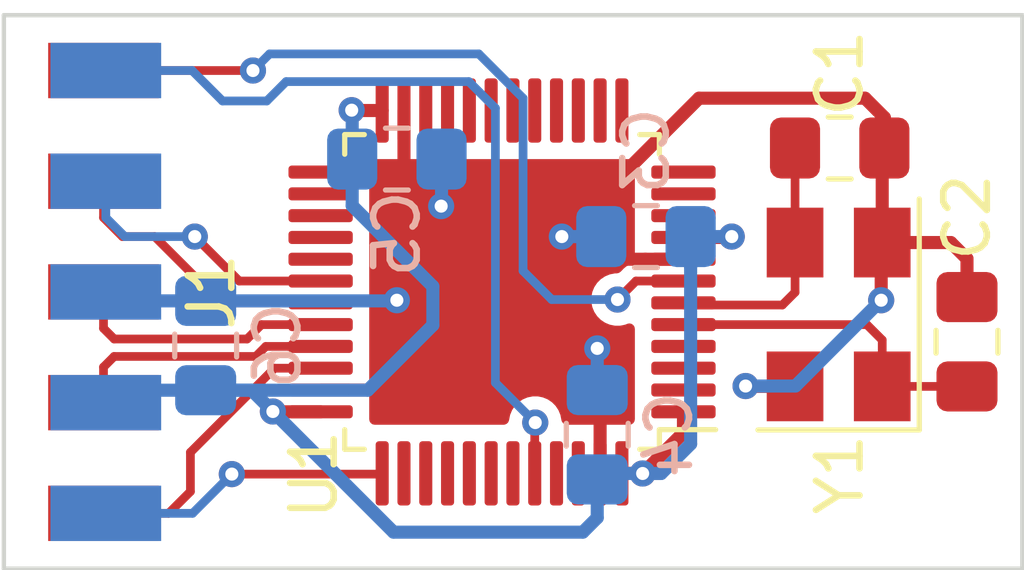
<source format=kicad_pcb>
(kicad_pcb (version 20171130) (host pcbnew 5.1.5)

  (general
    (thickness 1.5)
    (drawings 4)
    (tracks 142)
    (zones 0)
    (modules 9)
    (nets 42)
  )

  (page A4)
  (layers
    (0 F.Cu signal)
    (31 B.Cu signal)
    (32 B.Adhes user)
    (33 F.Adhes user)
    (34 B.Paste user)
    (35 F.Paste user)
    (36 B.SilkS user)
    (37 F.SilkS user)
    (38 B.Mask user)
    (39 F.Mask user)
    (40 Dwgs.User user hide)
    (41 Cmts.User user)
    (42 Eco1.User user)
    (43 Eco2.User user)
    (44 Edge.Cuts user)
    (45 Margin user)
    (46 B.CrtYd user)
    (47 F.CrtYd user)
    (48 B.Fab user)
    (49 F.Fab user)
  )

  (setup
    (last_trace_width 0.2)
    (trace_clearance 0.2)
    (zone_clearance 0.3)
    (zone_45_only no)
    (trace_min 0.2)
    (via_size 0.6)
    (via_drill 0.3)
    (via_min_size 0.4)
    (via_min_drill 0.3)
    (uvia_size 0.3)
    (uvia_drill 0.1)
    (uvias_allowed no)
    (uvia_min_size 0.2)
    (uvia_min_drill 0.1)
    (edge_width 0.1)
    (segment_width 0.2)
    (pcb_text_width 0.3)
    (pcb_text_size 1.5 1.5)
    (mod_edge_width 0.15)
    (mod_text_size 1 1)
    (mod_text_width 0.15)
    (pad_size 1.524 1.524)
    (pad_drill 0.762)
    (pad_to_mask_clearance 0.05)
    (solder_mask_min_width 0.15)
    (aux_axis_origin 0 0)
    (visible_elements FFFDFF7F)
    (pcbplotparams
      (layerselection 0x010fc_ffffffff)
      (usegerberextensions false)
      (usegerberattributes false)
      (usegerberadvancedattributes false)
      (creategerberjobfile false)
      (excludeedgelayer true)
      (linewidth 0.150000)
      (plotframeref false)
      (viasonmask false)
      (mode 1)
      (useauxorigin true)
      (hpglpennumber 1)
      (hpglpenspeed 20)
      (hpglpendiameter 15.000000)
      (psnegative false)
      (psa4output false)
      (plotreference true)
      (plotvalue true)
      (plotinvisibletext false)
      (padsonsilk false)
      (subtractmaskfromsilk false)
      (outputformat 1)
      (mirror false)
      (drillshape 0)
      (scaleselection 1)
      (outputdirectory "out48"))
  )

  (net 0 "")
  (net 1 GND)
  (net 2 /NRST)
  (net 3 /SWDIO)
  (net 4 /SWCLK)
  (net 5 /TX)
  (net 6 /RX)
  (net 7 "Net-(U1-Pad2)")
  (net 8 "Net-(U1-Pad3)")
  (net 9 "Net-(U1-Pad4)")
  (net 10 "Net-(U1-Pad10)")
  (net 11 "Net-(U1-Pad11)")
  (net 12 "Net-(U1-Pad12)")
  (net 13 "Net-(U1-Pad13)")
  (net 14 "Net-(U1-Pad14)")
  (net 15 "Net-(U1-Pad15)")
  (net 16 "Net-(U1-Pad16)")
  (net 17 "Net-(U1-Pad17)")
  (net 18 "Net-(U1-Pad18)")
  (net 19 "Net-(U1-Pad19)")
  (net 20 "Net-(U1-Pad20)")
  (net 21 "Net-(U1-Pad21)")
  (net 22 "Net-(U1-Pad22)")
  (net 23 "Net-(U1-Pad25)")
  (net 24 "Net-(U1-Pad26)")
  (net 25 "Net-(U1-Pad27)")
  (net 26 "Net-(U1-Pad28)")
  (net 27 "Net-(U1-Pad29)")
  (net 28 "Net-(U1-Pad38)")
  (net 29 "Net-(U1-Pad39)")
  (net 30 "Net-(U1-Pad40)")
  (net 31 "Net-(U1-Pad41)")
  (net 32 "Net-(U1-Pad42)")
  (net 33 "Net-(U1-Pad43)")
  (net 34 "Net-(U1-Pad45)")
  (net 35 "Net-(U1-Pad46)")
  (net 36 +3V3)
  (net 37 /USB_D-)
  (net 38 /USB_D+)
  (net 39 "Net-(C1-Pad2)")
  (net 40 "Net-(C2-Pad2)")
  (net 41 /BOOT0)

  (net_class Default "This is the default net class."
    (clearance 0.2)
    (trace_width 0.2)
    (via_dia 0.6)
    (via_drill 0.3)
    (uvia_dia 0.3)
    (uvia_drill 0.1)
    (diff_pair_width 0.2)
    (diff_pair_gap 0.2)
    (add_net /BOOT0)
    (add_net /NRST)
    (add_net /RX)
    (add_net /SWCLK)
    (add_net /SWDIO)
    (add_net /TX)
    (add_net /USB_D+)
    (add_net /USB_D-)
    (add_net "Net-(C1-Pad2)")
    (add_net "Net-(C2-Pad2)")
    (add_net "Net-(U1-Pad10)")
    (add_net "Net-(U1-Pad11)")
    (add_net "Net-(U1-Pad12)")
    (add_net "Net-(U1-Pad13)")
    (add_net "Net-(U1-Pad14)")
    (add_net "Net-(U1-Pad15)")
    (add_net "Net-(U1-Pad16)")
    (add_net "Net-(U1-Pad17)")
    (add_net "Net-(U1-Pad18)")
    (add_net "Net-(U1-Pad19)")
    (add_net "Net-(U1-Pad2)")
    (add_net "Net-(U1-Pad20)")
    (add_net "Net-(U1-Pad21)")
    (add_net "Net-(U1-Pad22)")
    (add_net "Net-(U1-Pad25)")
    (add_net "Net-(U1-Pad26)")
    (add_net "Net-(U1-Pad27)")
    (add_net "Net-(U1-Pad28)")
    (add_net "Net-(U1-Pad29)")
    (add_net "Net-(U1-Pad3)")
    (add_net "Net-(U1-Pad38)")
    (add_net "Net-(U1-Pad39)")
    (add_net "Net-(U1-Pad4)")
    (add_net "Net-(U1-Pad40)")
    (add_net "Net-(U1-Pad41)")
    (add_net "Net-(U1-Pad42)")
    (add_net "Net-(U1-Pad43)")
    (add_net "Net-(U1-Pad45)")
    (add_net "Net-(U1-Pad46)")
  )

  (net_class Power ""
    (clearance 0.2)
    (trace_width 0.3)
    (via_dia 0.6)
    (via_drill 0.3)
    (uvia_dia 0.3)
    (uvia_drill 0.1)
    (diff_pair_width 0.2)
    (diff_pair_gap 0.2)
    (add_net +3V3)
    (add_net GND)
  )

  (module Capacitor_SMD:C_0805_2012Metric_Pad1.15x1.40mm_HandSolder (layer B.Cu) (tedit 5B36C52B) (tstamp 5E4DA025)
    (at 86.487 93.472)
    (descr "Capacitor SMD 0805 (2012 Metric), square (rectangular) end terminal, IPC_7351 nominal with elongated pad for handsoldering. (Body size source: https://docs.google.com/spreadsheets/d/1BsfQQcO9C6DZCsRaXUlFlo91Tg2WpOkGARC1WS5S8t0/edit?usp=sharing), generated with kicad-footprint-generator")
    (tags "capacitor handsolder")
    (path /5E4E2682)
    (attr smd)
    (fp_text reference C5 (at 0 1.7145 270) (layer B.SilkS)
      (effects (font (size 1 1) (thickness 0.15)) (justify mirror))
    )
    (fp_text value 100nF (at 0 -1.65) (layer B.Fab)
      (effects (font (size 1 1) (thickness 0.15)) (justify mirror))
    )
    (fp_line (start -1 -0.6) (end -1 0.6) (layer B.Fab) (width 0.1))
    (fp_line (start -1 0.6) (end 1 0.6) (layer B.Fab) (width 0.1))
    (fp_line (start 1 0.6) (end 1 -0.6) (layer B.Fab) (width 0.1))
    (fp_line (start 1 -0.6) (end -1 -0.6) (layer B.Fab) (width 0.1))
    (fp_line (start -0.261252 0.71) (end 0.261252 0.71) (layer B.SilkS) (width 0.12))
    (fp_line (start -0.261252 -0.71) (end 0.261252 -0.71) (layer B.SilkS) (width 0.12))
    (fp_line (start -1.85 -0.95) (end -1.85 0.95) (layer B.CrtYd) (width 0.05))
    (fp_line (start -1.85 0.95) (end 1.85 0.95) (layer B.CrtYd) (width 0.05))
    (fp_line (start 1.85 0.95) (end 1.85 -0.95) (layer B.CrtYd) (width 0.05))
    (fp_line (start 1.85 -0.95) (end -1.85 -0.95) (layer B.CrtYd) (width 0.05))
    (fp_text user %R (at 0 0) (layer B.Fab)
      (effects (font (size 0.5 0.5) (thickness 0.08)) (justify mirror))
    )
    (pad 1 smd roundrect (at -1.025 0) (size 1.15 1.4) (layers B.Cu B.Paste B.Mask) (roundrect_rratio 0.217391)
      (net 36 +3V3))
    (pad 2 smd roundrect (at 1.025 0) (size 1.15 1.4) (layers B.Cu B.Paste B.Mask) (roundrect_rratio 0.217391)
      (net 1 GND))
    (model ${KISYS3DMOD}/Capacitor_SMD.3dshapes/C_0805_2012Metric.wrl
      (at (xyz 0 0 0))
      (scale (xyz 1 1 1))
      (rotate (xyz 0 0 0))
    )
  )

  (module unsorted:BH-10-Edge locked (layer F.Cu) (tedit 5E45D04B) (tstamp 5E43497A)
    (at 79.756 96.52 270)
    (path /5E458FD1)
    (fp_text reference J1 (at 0 -2.4765 90) (layer F.SilkS)
      (effects (font (size 1 1) (thickness 0.15)))
    )
    (fp_text value Target (at 0 -3.2 90) (layer F.Fab)
      (effects (font (size 1 1) (thickness 0.15)))
    )
    (fp_line (start -5.715 -2.3) (end 5.715 -2.3) (layer B.Fab) (width 0.15))
    (fp_line (start -5.715 -2.3) (end 5.715 -2.3) (layer F.Fab) (width 0.15))
    (fp_line (start -5.715 2.3) (end 5.715 2.3) (layer F.Fab) (width 0.15))
    (fp_line (start 5.715 2.3) (end -5.715 2.3) (layer B.Fab) (width 0.15))
    (pad 1 smd rect (at -5.08 0 270) (size 1.27 2.54) (layers F.Cu F.Paste F.Mask)
      (net 2 /NRST))
    (pad 2 smd rect (at -5.08 -0.052948 270) (size 1.27 2.54) (layers B.Cu B.Paste B.Mask)
      (net 41 /BOOT0))
    (pad 3 smd rect (at -2.54 0 270) (size 1.27 2.54) (layers F.Cu F.Paste F.Mask)
      (net 6 /RX))
    (pad 4 smd rect (at -2.54 -0.052948 270) (size 1.27 2.54) (layers B.Cu B.Paste B.Mask)
      (net 5 /TX))
    (pad 5 smd rect (at 0 0 270) (size 1.27 2.54) (layers F.Cu F.Paste F.Mask)
      (net 37 /USB_D-))
    (pad 6 smd rect (at 0 -0.052948 270) (size 1.27 2.54) (layers B.Cu B.Paste B.Mask)
      (net 1 GND))
    (pad 7 smd rect (at 2.54 0 270) (size 1.27 2.54) (layers F.Cu F.Paste F.Mask)
      (net 38 /USB_D+))
    (pad 8 smd rect (at 2.54 -0.052948 270) (size 1.27 2.54) (layers B.Cu B.Paste B.Mask)
      (net 36 +3V3))
    (pad 9 smd rect (at 5.08 0 270) (size 1.27 2.54) (layers F.Cu F.Paste F.Mask)
      (net 3 /SWDIO))
    (pad 10 smd rect (at 5.08 -0.052948 270) (size 1.27 2.54) (layers B.Cu B.Paste B.Mask)
      (net 4 /SWCLK))
  )

  (module Package_QFP:LQFP-48_7x7mm_P0.5mm locked (layer F.Cu) (tedit 5D9F72AF) (tstamp 5E45D563)
    (at 88.9 96.52 180)
    (descr "LQFP, 48 Pin (https://www.analog.com/media/en/technical-documentation/data-sheets/ltc2358-16.pdf), generated with kicad-footprint-generator ipc_gullwing_generator.py")
    (tags "LQFP QFP")
    (path /5E4C527F)
    (attr smd)
    (fp_text reference U1 (at 4.318 -4.191 270) (layer F.SilkS)
      (effects (font (size 1 1) (thickness 0.15)))
    )
    (fp_text value STM32F103C8Tx (at 0 5.85 180) (layer F.Fab)
      (effects (font (size 1 1) (thickness 0.15)))
    )
    (fp_line (start 3.16 3.61) (end 3.61 3.61) (layer F.SilkS) (width 0.12))
    (fp_line (start 3.61 3.61) (end 3.61 3.16) (layer F.SilkS) (width 0.12))
    (fp_line (start -3.16 3.61) (end -3.61 3.61) (layer F.SilkS) (width 0.12))
    (fp_line (start -3.61 3.61) (end -3.61 3.16) (layer F.SilkS) (width 0.12))
    (fp_line (start 3.16 -3.61) (end 3.61 -3.61) (layer F.SilkS) (width 0.12))
    (fp_line (start 3.61 -3.61) (end 3.61 -3.16) (layer F.SilkS) (width 0.12))
    (fp_line (start -3.16 -3.61) (end -3.61 -3.61) (layer F.SilkS) (width 0.12))
    (fp_line (start -3.61 -3.61) (end -3.61 -3.16) (layer F.SilkS) (width 0.12))
    (fp_line (start -3.61 -3.16) (end -4.9 -3.16) (layer F.SilkS) (width 0.12))
    (fp_line (start -2.5 -3.5) (end 3.5 -3.5) (layer F.Fab) (width 0.1))
    (fp_line (start 3.5 -3.5) (end 3.5 3.5) (layer F.Fab) (width 0.1))
    (fp_line (start 3.5 3.5) (end -3.5 3.5) (layer F.Fab) (width 0.1))
    (fp_line (start -3.5 3.5) (end -3.5 -2.5) (layer F.Fab) (width 0.1))
    (fp_line (start -3.5 -2.5) (end -2.5 -3.5) (layer F.Fab) (width 0.1))
    (fp_line (start 0 -5.15) (end -3.15 -5.15) (layer F.CrtYd) (width 0.05))
    (fp_line (start -3.15 -5.15) (end -3.15 -3.75) (layer F.CrtYd) (width 0.05))
    (fp_line (start -3.15 -3.75) (end -3.75 -3.75) (layer F.CrtYd) (width 0.05))
    (fp_line (start -3.75 -3.75) (end -3.75 -3.15) (layer F.CrtYd) (width 0.05))
    (fp_line (start -3.75 -3.15) (end -5.15 -3.15) (layer F.CrtYd) (width 0.05))
    (fp_line (start -5.15 -3.15) (end -5.15 0) (layer F.CrtYd) (width 0.05))
    (fp_line (start 0 -5.15) (end 3.15 -5.15) (layer F.CrtYd) (width 0.05))
    (fp_line (start 3.15 -5.15) (end 3.15 -3.75) (layer F.CrtYd) (width 0.05))
    (fp_line (start 3.15 -3.75) (end 3.75 -3.75) (layer F.CrtYd) (width 0.05))
    (fp_line (start 3.75 -3.75) (end 3.75 -3.15) (layer F.CrtYd) (width 0.05))
    (fp_line (start 3.75 -3.15) (end 5.15 -3.15) (layer F.CrtYd) (width 0.05))
    (fp_line (start 5.15 -3.15) (end 5.15 0) (layer F.CrtYd) (width 0.05))
    (fp_line (start 0 5.15) (end -3.15 5.15) (layer F.CrtYd) (width 0.05))
    (fp_line (start -3.15 5.15) (end -3.15 3.75) (layer F.CrtYd) (width 0.05))
    (fp_line (start -3.15 3.75) (end -3.75 3.75) (layer F.CrtYd) (width 0.05))
    (fp_line (start -3.75 3.75) (end -3.75 3.15) (layer F.CrtYd) (width 0.05))
    (fp_line (start -3.75 3.15) (end -5.15 3.15) (layer F.CrtYd) (width 0.05))
    (fp_line (start -5.15 3.15) (end -5.15 0) (layer F.CrtYd) (width 0.05))
    (fp_line (start 0 5.15) (end 3.15 5.15) (layer F.CrtYd) (width 0.05))
    (fp_line (start 3.15 5.15) (end 3.15 3.75) (layer F.CrtYd) (width 0.05))
    (fp_line (start 3.15 3.75) (end 3.75 3.75) (layer F.CrtYd) (width 0.05))
    (fp_line (start 3.75 3.75) (end 3.75 3.15) (layer F.CrtYd) (width 0.05))
    (fp_line (start 3.75 3.15) (end 5.15 3.15) (layer F.CrtYd) (width 0.05))
    (fp_line (start 5.15 3.15) (end 5.15 0) (layer F.CrtYd) (width 0.05))
    (fp_text user %R (at 0 0 180) (layer F.Fab)
      (effects (font (size 1 1) (thickness 0.15)))
    )
    (pad 1 smd roundrect (at -4.1625 -2.75 180) (size 1.475 0.3) (layers F.Cu F.Paste F.Mask) (roundrect_rratio 0.25)
      (net 36 +3V3))
    (pad 2 smd roundrect (at -4.1625 -2.25 180) (size 1.475 0.3) (layers F.Cu F.Paste F.Mask) (roundrect_rratio 0.25)
      (net 7 "Net-(U1-Pad2)"))
    (pad 3 smd roundrect (at -4.1625 -1.75 180) (size 1.475 0.3) (layers F.Cu F.Paste F.Mask) (roundrect_rratio 0.25)
      (net 8 "Net-(U1-Pad3)"))
    (pad 4 smd roundrect (at -4.1625 -1.25 180) (size 1.475 0.3) (layers F.Cu F.Paste F.Mask) (roundrect_rratio 0.25)
      (net 9 "Net-(U1-Pad4)"))
    (pad 5 smd roundrect (at -4.1625 -0.75 180) (size 1.475 0.3) (layers F.Cu F.Paste F.Mask) (roundrect_rratio 0.25)
      (net 40 "Net-(C2-Pad2)"))
    (pad 6 smd roundrect (at -4.1625 -0.25 180) (size 1.475 0.3) (layers F.Cu F.Paste F.Mask) (roundrect_rratio 0.25)
      (net 39 "Net-(C1-Pad2)"))
    (pad 7 smd roundrect (at -4.1625 0.25 180) (size 1.475 0.3) (layers F.Cu F.Paste F.Mask) (roundrect_rratio 0.25)
      (net 2 /NRST))
    (pad 8 smd roundrect (at -4.1625 0.75 180) (size 1.475 0.3) (layers F.Cu F.Paste F.Mask) (roundrect_rratio 0.25)
      (net 1 GND))
    (pad 9 smd roundrect (at -4.1625 1.25 180) (size 1.475 0.3) (layers F.Cu F.Paste F.Mask) (roundrect_rratio 0.25)
      (net 36 +3V3))
    (pad 10 smd roundrect (at -4.1625 1.75 180) (size 1.475 0.3) (layers F.Cu F.Paste F.Mask) (roundrect_rratio 0.25)
      (net 10 "Net-(U1-Pad10)"))
    (pad 11 smd roundrect (at -4.1625 2.25 180) (size 1.475 0.3) (layers F.Cu F.Paste F.Mask) (roundrect_rratio 0.25)
      (net 11 "Net-(U1-Pad11)"))
    (pad 12 smd roundrect (at -4.1625 2.75 180) (size 1.475 0.3) (layers F.Cu F.Paste F.Mask) (roundrect_rratio 0.25)
      (net 12 "Net-(U1-Pad12)"))
    (pad 13 smd roundrect (at -2.75 4.1625 180) (size 0.3 1.475) (layers F.Cu F.Paste F.Mask) (roundrect_rratio 0.25)
      (net 13 "Net-(U1-Pad13)"))
    (pad 14 smd roundrect (at -2.25 4.1625 180) (size 0.3 1.475) (layers F.Cu F.Paste F.Mask) (roundrect_rratio 0.25)
      (net 14 "Net-(U1-Pad14)"))
    (pad 15 smd roundrect (at -1.75 4.1625 180) (size 0.3 1.475) (layers F.Cu F.Paste F.Mask) (roundrect_rratio 0.25)
      (net 15 "Net-(U1-Pad15)"))
    (pad 16 smd roundrect (at -1.25 4.1625 180) (size 0.3 1.475) (layers F.Cu F.Paste F.Mask) (roundrect_rratio 0.25)
      (net 16 "Net-(U1-Pad16)"))
    (pad 17 smd roundrect (at -0.75 4.1625 180) (size 0.3 1.475) (layers F.Cu F.Paste F.Mask) (roundrect_rratio 0.25)
      (net 17 "Net-(U1-Pad17)"))
    (pad 18 smd roundrect (at -0.25 4.1625 180) (size 0.3 1.475) (layers F.Cu F.Paste F.Mask) (roundrect_rratio 0.25)
      (net 18 "Net-(U1-Pad18)"))
    (pad 19 smd roundrect (at 0.25 4.1625 180) (size 0.3 1.475) (layers F.Cu F.Paste F.Mask) (roundrect_rratio 0.25)
      (net 19 "Net-(U1-Pad19)"))
    (pad 20 smd roundrect (at 0.75 4.1625 180) (size 0.3 1.475) (layers F.Cu F.Paste F.Mask) (roundrect_rratio 0.25)
      (net 20 "Net-(U1-Pad20)"))
    (pad 21 smd roundrect (at 1.25 4.1625 180) (size 0.3 1.475) (layers F.Cu F.Paste F.Mask) (roundrect_rratio 0.25)
      (net 21 "Net-(U1-Pad21)"))
    (pad 22 smd roundrect (at 1.75 4.1625 180) (size 0.3 1.475) (layers F.Cu F.Paste F.Mask) (roundrect_rratio 0.25)
      (net 22 "Net-(U1-Pad22)"))
    (pad 23 smd roundrect (at 2.25 4.1625 180) (size 0.3 1.475) (layers F.Cu F.Paste F.Mask) (roundrect_rratio 0.25)
      (net 1 GND))
    (pad 24 smd roundrect (at 2.75 4.1625 180) (size 0.3 1.475) (layers F.Cu F.Paste F.Mask) (roundrect_rratio 0.25)
      (net 36 +3V3))
    (pad 25 smd roundrect (at 4.1625 2.75 180) (size 1.475 0.3) (layers F.Cu F.Paste F.Mask) (roundrect_rratio 0.25)
      (net 23 "Net-(U1-Pad25)"))
    (pad 26 smd roundrect (at 4.1625 2.25 180) (size 1.475 0.3) (layers F.Cu F.Paste F.Mask) (roundrect_rratio 0.25)
      (net 24 "Net-(U1-Pad26)"))
    (pad 27 smd roundrect (at 4.1625 1.75 180) (size 1.475 0.3) (layers F.Cu F.Paste F.Mask) (roundrect_rratio 0.25)
      (net 25 "Net-(U1-Pad27)"))
    (pad 28 smd roundrect (at 4.1625 1.25 180) (size 1.475 0.3) (layers F.Cu F.Paste F.Mask) (roundrect_rratio 0.25)
      (net 26 "Net-(U1-Pad28)"))
    (pad 29 smd roundrect (at 4.1625 0.75 180) (size 1.475 0.3) (layers F.Cu F.Paste F.Mask) (roundrect_rratio 0.25)
      (net 27 "Net-(U1-Pad29)"))
    (pad 30 smd roundrect (at 4.1625 0.25 180) (size 1.475 0.3) (layers F.Cu F.Paste F.Mask) (roundrect_rratio 0.25)
      (net 5 /TX))
    (pad 31 smd roundrect (at 4.1625 -0.25 180) (size 1.475 0.3) (layers F.Cu F.Paste F.Mask) (roundrect_rratio 0.25)
      (net 6 /RX))
    (pad 32 smd roundrect (at 4.1625 -0.75 180) (size 1.475 0.3) (layers F.Cu F.Paste F.Mask) (roundrect_rratio 0.25)
      (net 37 /USB_D-))
    (pad 33 smd roundrect (at 4.1625 -1.25 180) (size 1.475 0.3) (layers F.Cu F.Paste F.Mask) (roundrect_rratio 0.25)
      (net 38 /USB_D+))
    (pad 34 smd roundrect (at 4.1625 -1.75 180) (size 1.475 0.3) (layers F.Cu F.Paste F.Mask) (roundrect_rratio 0.25)
      (net 3 /SWDIO))
    (pad 35 smd roundrect (at 4.1625 -2.25 180) (size 1.475 0.3) (layers F.Cu F.Paste F.Mask) (roundrect_rratio 0.25)
      (net 1 GND))
    (pad 36 smd roundrect (at 4.1625 -2.75 180) (size 1.475 0.3) (layers F.Cu F.Paste F.Mask) (roundrect_rratio 0.25)
      (net 36 +3V3))
    (pad 37 smd roundrect (at 2.75 -4.1625 180) (size 0.3 1.475) (layers F.Cu F.Paste F.Mask) (roundrect_rratio 0.25)
      (net 4 /SWCLK))
    (pad 38 smd roundrect (at 2.25 -4.1625 180) (size 0.3 1.475) (layers F.Cu F.Paste F.Mask) (roundrect_rratio 0.25)
      (net 28 "Net-(U1-Pad38)"))
    (pad 39 smd roundrect (at 1.75 -4.1625 180) (size 0.3 1.475) (layers F.Cu F.Paste F.Mask) (roundrect_rratio 0.25)
      (net 29 "Net-(U1-Pad39)"))
    (pad 40 smd roundrect (at 1.25 -4.1625 180) (size 0.3 1.475) (layers F.Cu F.Paste F.Mask) (roundrect_rratio 0.25)
      (net 30 "Net-(U1-Pad40)"))
    (pad 41 smd roundrect (at 0.75 -4.1625 180) (size 0.3 1.475) (layers F.Cu F.Paste F.Mask) (roundrect_rratio 0.25)
      (net 31 "Net-(U1-Pad41)"))
    (pad 42 smd roundrect (at 0.25 -4.1625 180) (size 0.3 1.475) (layers F.Cu F.Paste F.Mask) (roundrect_rratio 0.25)
      (net 32 "Net-(U1-Pad42)"))
    (pad 43 smd roundrect (at -0.25 -4.1625 180) (size 0.3 1.475) (layers F.Cu F.Paste F.Mask) (roundrect_rratio 0.25)
      (net 33 "Net-(U1-Pad43)"))
    (pad 44 smd roundrect (at -0.75 -4.1625 180) (size 0.3 1.475) (layers F.Cu F.Paste F.Mask) (roundrect_rratio 0.25)
      (net 41 /BOOT0))
    (pad 45 smd roundrect (at -1.25 -4.1625 180) (size 0.3 1.475) (layers F.Cu F.Paste F.Mask) (roundrect_rratio 0.25)
      (net 34 "Net-(U1-Pad45)"))
    (pad 46 smd roundrect (at -1.75 -4.1625 180) (size 0.3 1.475) (layers F.Cu F.Paste F.Mask) (roundrect_rratio 0.25)
      (net 35 "Net-(U1-Pad46)"))
    (pad 47 smd roundrect (at -2.25 -4.1625 180) (size 0.3 1.475) (layers F.Cu F.Paste F.Mask) (roundrect_rratio 0.25)
      (net 1 GND))
    (pad 48 smd roundrect (at -2.75 -4.1625 180) (size 0.3 1.475) (layers F.Cu F.Paste F.Mask) (roundrect_rratio 0.25)
      (net 36 +3V3))
    (model ${KISYS3DMOD}/Package_QFP.3dshapes/LQFP-48_7x7mm_P0.5mm.wrl
      (at (xyz 0 0 0))
      (scale (xyz 1 1 1))
      (rotate (xyz 0 0 0))
    )
  )

  (module Capacitor_SMD:C_0805_2012Metric_Pad1.15x1.40mm_HandSolder (layer F.Cu) (tedit 5B36C52B) (tstamp 5E4D9860)
    (at 96.647 93.218 180)
    (descr "Capacitor SMD 0805 (2012 Metric), square (rectangular) end terminal, IPC_7351 nominal with elongated pad for handsoldering. (Body size source: https://docs.google.com/spreadsheets/d/1BsfQQcO9C6DZCsRaXUlFlo91Tg2WpOkGARC1WS5S8t0/edit?usp=sharing), generated with kicad-footprint-generator")
    (tags "capacitor handsolder")
    (path /5E4CCAC3)
    (attr smd)
    (fp_text reference C1 (at 0 1.7145 270) (layer F.SilkS)
      (effects (font (size 1 1) (thickness 0.15)))
    )
    (fp_text value 16pF (at 0 1.65 180) (layer F.Fab)
      (effects (font (size 1 1) (thickness 0.15)))
    )
    (fp_line (start -1 0.6) (end -1 -0.6) (layer F.Fab) (width 0.1))
    (fp_line (start -1 -0.6) (end 1 -0.6) (layer F.Fab) (width 0.1))
    (fp_line (start 1 -0.6) (end 1 0.6) (layer F.Fab) (width 0.1))
    (fp_line (start 1 0.6) (end -1 0.6) (layer F.Fab) (width 0.1))
    (fp_line (start -0.261252 -0.71) (end 0.261252 -0.71) (layer F.SilkS) (width 0.12))
    (fp_line (start -0.261252 0.71) (end 0.261252 0.71) (layer F.SilkS) (width 0.12))
    (fp_line (start -1.85 0.95) (end -1.85 -0.95) (layer F.CrtYd) (width 0.05))
    (fp_line (start -1.85 -0.95) (end 1.85 -0.95) (layer F.CrtYd) (width 0.05))
    (fp_line (start 1.85 -0.95) (end 1.85 0.95) (layer F.CrtYd) (width 0.05))
    (fp_line (start 1.85 0.95) (end -1.85 0.95) (layer F.CrtYd) (width 0.05))
    (fp_text user %R (at 0 0 180) (layer F.Fab)
      (effects (font (size 0.5 0.5) (thickness 0.08)))
    )
    (pad 1 smd roundrect (at -1.025 0 180) (size 1.15 1.4) (layers F.Cu F.Paste F.Mask) (roundrect_rratio 0.217391)
      (net 1 GND))
    (pad 2 smd roundrect (at 1.025 0 180) (size 1.15 1.4) (layers F.Cu F.Paste F.Mask) (roundrect_rratio 0.217391)
      (net 39 "Net-(C1-Pad2)"))
    (model ${KISYS3DMOD}/Capacitor_SMD.3dshapes/C_0805_2012Metric.wrl
      (at (xyz 0 0 0))
      (scale (xyz 1 1 1))
      (rotate (xyz 0 0 0))
    )
  )

  (module Capacitor_SMD:C_0805_2012Metric_Pad1.15x1.40mm_HandSolder (layer F.Cu) (tedit 5B36C52B) (tstamp 5E4D9824)
    (at 99.568 97.663 270)
    (descr "Capacitor SMD 0805 (2012 Metric), square (rectangular) end terminal, IPC_7351 nominal with elongated pad for handsoldering. (Body size source: https://docs.google.com/spreadsheets/d/1BsfQQcO9C6DZCsRaXUlFlo91Tg2WpOkGARC1WS5S8t0/edit?usp=sharing), generated with kicad-footprint-generator")
    (tags "capacitor handsolder")
    (path /5E4CCCD9)
    (attr smd)
    (fp_text reference C2 (at -2.8575 0 90) (layer F.SilkS)
      (effects (font (size 1 1) (thickness 0.15)))
    )
    (fp_text value 16pF (at 0 1.65 90) (layer F.Fab)
      (effects (font (size 1 1) (thickness 0.15)))
    )
    (fp_text user %R (at 0 0 90) (layer F.Fab)
      (effects (font (size 0.5 0.5) (thickness 0.08)))
    )
    (fp_line (start 1.85 0.95) (end -1.85 0.95) (layer F.CrtYd) (width 0.05))
    (fp_line (start 1.85 -0.95) (end 1.85 0.95) (layer F.CrtYd) (width 0.05))
    (fp_line (start -1.85 -0.95) (end 1.85 -0.95) (layer F.CrtYd) (width 0.05))
    (fp_line (start -1.85 0.95) (end -1.85 -0.95) (layer F.CrtYd) (width 0.05))
    (fp_line (start -0.261252 0.71) (end 0.261252 0.71) (layer F.SilkS) (width 0.12))
    (fp_line (start -0.261252 -0.71) (end 0.261252 -0.71) (layer F.SilkS) (width 0.12))
    (fp_line (start 1 0.6) (end -1 0.6) (layer F.Fab) (width 0.1))
    (fp_line (start 1 -0.6) (end 1 0.6) (layer F.Fab) (width 0.1))
    (fp_line (start -1 -0.6) (end 1 -0.6) (layer F.Fab) (width 0.1))
    (fp_line (start -1 0.6) (end -1 -0.6) (layer F.Fab) (width 0.1))
    (pad 2 smd roundrect (at 1.025 0 270) (size 1.15 1.4) (layers F.Cu F.Paste F.Mask) (roundrect_rratio 0.217391)
      (net 40 "Net-(C2-Pad2)"))
    (pad 1 smd roundrect (at -1.025 0 270) (size 1.15 1.4) (layers F.Cu F.Paste F.Mask) (roundrect_rratio 0.217391)
      (net 1 GND))
    (model ${KISYS3DMOD}/Capacitor_SMD.3dshapes/C_0805_2012Metric.wrl
      (at (xyz 0 0 0))
      (scale (xyz 1 1 1))
      (rotate (xyz 0 0 0))
    )
  )

  (module Capacitor_SMD:C_0805_2012Metric_Pad1.15x1.40mm_HandSolder (layer B.Cu) (tedit 5B36C52B) (tstamp 5E466C85)
    (at 92.202 95.25 180)
    (descr "Capacitor SMD 0805 (2012 Metric), square (rectangular) end terminal, IPC_7351 nominal with elongated pad for handsoldering. (Body size source: https://docs.google.com/spreadsheets/d/1BsfQQcO9C6DZCsRaXUlFlo91Tg2WpOkGARC1WS5S8t0/edit?usp=sharing), generated with kicad-footprint-generator")
    (tags "capacitor handsolder")
    (path /5E4E2411)
    (attr smd)
    (fp_text reference C3 (at 0 1.9685 270) (layer B.SilkS)
      (effects (font (size 1 1) (thickness 0.15)) (justify mirror))
    )
    (fp_text value 100nF (at 0 -1.65 180) (layer B.Fab)
      (effects (font (size 1 1) (thickness 0.15)) (justify mirror))
    )
    (fp_line (start -1 -0.6) (end -1 0.6) (layer B.Fab) (width 0.1))
    (fp_line (start -1 0.6) (end 1 0.6) (layer B.Fab) (width 0.1))
    (fp_line (start 1 0.6) (end 1 -0.6) (layer B.Fab) (width 0.1))
    (fp_line (start 1 -0.6) (end -1 -0.6) (layer B.Fab) (width 0.1))
    (fp_line (start -0.261252 0.71) (end 0.261252 0.71) (layer B.SilkS) (width 0.12))
    (fp_line (start -0.261252 -0.71) (end 0.261252 -0.71) (layer B.SilkS) (width 0.12))
    (fp_line (start -1.85 -0.95) (end -1.85 0.95) (layer B.CrtYd) (width 0.05))
    (fp_line (start -1.85 0.95) (end 1.85 0.95) (layer B.CrtYd) (width 0.05))
    (fp_line (start 1.85 0.95) (end 1.85 -0.95) (layer B.CrtYd) (width 0.05))
    (fp_line (start 1.85 -0.95) (end -1.85 -0.95) (layer B.CrtYd) (width 0.05))
    (fp_text user %R (at 0 0 180) (layer B.Fab)
      (effects (font (size 0.5 0.5) (thickness 0.08)) (justify mirror))
    )
    (pad 1 smd roundrect (at -1.025 0 180) (size 1.15 1.4) (layers B.Cu B.Paste B.Mask) (roundrect_rratio 0.217391)
      (net 36 +3V3))
    (pad 2 smd roundrect (at 1.025 0 180) (size 1.15 1.4) (layers B.Cu B.Paste B.Mask) (roundrect_rratio 0.217391)
      (net 1 GND))
    (model ${KISYS3DMOD}/Capacitor_SMD.3dshapes/C_0805_2012Metric.wrl
      (at (xyz 0 0 0))
      (scale (xyz 1 1 1))
      (rotate (xyz 0 0 0))
    )
  )

  (module Capacitor_SMD:C_0805_2012Metric_Pad1.15x1.40mm_HandSolder (layer B.Cu) (tedit 5B36C52B) (tstamp 5E4DB54C)
    (at 91.0844 99.7966 90)
    (descr "Capacitor SMD 0805 (2012 Metric), square (rectangular) end terminal, IPC_7351 nominal with elongated pad for handsoldering. (Body size source: https://docs.google.com/spreadsheets/d/1BsfQQcO9C6DZCsRaXUlFlo91Tg2WpOkGARC1WS5S8t0/edit?usp=sharing), generated with kicad-footprint-generator")
    (tags "capacitor handsolder")
    (path /5E4E250A)
    (attr smd)
    (fp_text reference C4 (at 0 1.65 90) (layer B.SilkS)
      (effects (font (size 1 1) (thickness 0.15)) (justify mirror))
    )
    (fp_text value 100nF (at 0 -1.65 90) (layer B.Fab)
      (effects (font (size 1 1) (thickness 0.15)) (justify mirror))
    )
    (fp_text user %R (at 0 0 90) (layer B.Fab)
      (effects (font (size 0.5 0.5) (thickness 0.08)) (justify mirror))
    )
    (fp_line (start 1.85 -0.95) (end -1.85 -0.95) (layer B.CrtYd) (width 0.05))
    (fp_line (start 1.85 0.95) (end 1.85 -0.95) (layer B.CrtYd) (width 0.05))
    (fp_line (start -1.85 0.95) (end 1.85 0.95) (layer B.CrtYd) (width 0.05))
    (fp_line (start -1.85 -0.95) (end -1.85 0.95) (layer B.CrtYd) (width 0.05))
    (fp_line (start -0.261252 -0.71) (end 0.261252 -0.71) (layer B.SilkS) (width 0.12))
    (fp_line (start -0.261252 0.71) (end 0.261252 0.71) (layer B.SilkS) (width 0.12))
    (fp_line (start 1 -0.6) (end -1 -0.6) (layer B.Fab) (width 0.1))
    (fp_line (start 1 0.6) (end 1 -0.6) (layer B.Fab) (width 0.1))
    (fp_line (start -1 0.6) (end 1 0.6) (layer B.Fab) (width 0.1))
    (fp_line (start -1 -0.6) (end -1 0.6) (layer B.Fab) (width 0.1))
    (pad 2 smd roundrect (at 1.025 0 90) (size 1.15 1.4) (layers B.Cu B.Paste B.Mask) (roundrect_rratio 0.217391)
      (net 1 GND))
    (pad 1 smd roundrect (at -1.025 0 90) (size 1.15 1.4) (layers B.Cu B.Paste B.Mask) (roundrect_rratio 0.217391)
      (net 36 +3V3))
    (model ${KISYS3DMOD}/Capacitor_SMD.3dshapes/C_0805_2012Metric.wrl
      (at (xyz 0 0 0))
      (scale (xyz 1 1 1))
      (rotate (xyz 0 0 0))
    )
  )

  (module Capacitor_SMD:C_0805_2012Metric_Pad1.15x1.40mm_HandSolder (layer B.Cu) (tedit 5B36C52B) (tstamp 5E4B0E51)
    (at 82.1 97.75 90)
    (descr "Capacitor SMD 0805 (2012 Metric), square (rectangular) end terminal, IPC_7351 nominal with elongated pad for handsoldering. (Body size source: https://docs.google.com/spreadsheets/d/1BsfQQcO9C6DZCsRaXUlFlo91Tg2WpOkGARC1WS5S8t0/edit?usp=sharing), generated with kicad-footprint-generator")
    (tags "capacitor handsolder")
    (path /5E4E274A)
    (attr smd)
    (fp_text reference C6 (at 0 1.65 270) (layer B.SilkS)
      (effects (font (size 1 1) (thickness 0.15)) (justify mirror))
    )
    (fp_text value 100nF (at 0 -1.65 270) (layer B.Fab)
      (effects (font (size 1 1) (thickness 0.15)) (justify mirror))
    )
    (fp_text user %R (at 0 0 270) (layer B.Fab)
      (effects (font (size 0.5 0.5) (thickness 0.08)) (justify mirror))
    )
    (fp_line (start 1.85 -0.95) (end -1.85 -0.95) (layer B.CrtYd) (width 0.05))
    (fp_line (start 1.85 0.95) (end 1.85 -0.95) (layer B.CrtYd) (width 0.05))
    (fp_line (start -1.85 0.95) (end 1.85 0.95) (layer B.CrtYd) (width 0.05))
    (fp_line (start -1.85 -0.95) (end -1.85 0.95) (layer B.CrtYd) (width 0.05))
    (fp_line (start -0.261252 -0.71) (end 0.261252 -0.71) (layer B.SilkS) (width 0.12))
    (fp_line (start -0.261252 0.71) (end 0.261252 0.71) (layer B.SilkS) (width 0.12))
    (fp_line (start 1 -0.6) (end -1 -0.6) (layer B.Fab) (width 0.1))
    (fp_line (start 1 0.6) (end 1 -0.6) (layer B.Fab) (width 0.1))
    (fp_line (start -1 0.6) (end 1 0.6) (layer B.Fab) (width 0.1))
    (fp_line (start -1 -0.6) (end -1 0.6) (layer B.Fab) (width 0.1))
    (pad 2 smd roundrect (at 1.025 0 90) (size 1.15 1.4) (layers B.Cu B.Paste B.Mask) (roundrect_rratio 0.217391)
      (net 1 GND))
    (pad 1 smd roundrect (at -1.025 0 90) (size 1.15 1.4) (layers B.Cu B.Paste B.Mask) (roundrect_rratio 0.217391)
      (net 36 +3V3))
    (model ${KISYS3DMOD}/Capacitor_SMD.3dshapes/C_0805_2012Metric.wrl
      (at (xyz 0 0 0))
      (scale (xyz 1 1 1))
      (rotate (xyz 0 0 0))
    )
  )

  (module Crystal:Crystal_SMD_5032-4Pin_5.0x3.2mm (layer F.Cu) (tedit 5A0FD1B2) (tstamp 5E4D989A)
    (at 96.623 97.037 90)
    (descr "SMD Crystal SERIES SMD2520/4 http://www.icbase.com/File/PDF/HKC/HKC00061008.pdf, 5.0x3.2mm^2 package")
    (tags "SMD SMT crystal")
    (path /5E45E0AA)
    (attr smd)
    (fp_text reference Y1 (at -3.674 0.024 90) (layer F.SilkS)
      (effects (font (size 1 1) (thickness 0.15)))
    )
    (fp_text value 8MHz (at 0 2.8 270) (layer F.Fab)
      (effects (font (size 1 1) (thickness 0.15)))
    )
    (fp_text user %R (at 0 0 270) (layer F.Fab)
      (effects (font (size 1 1) (thickness 0.15)))
    )
    (fp_line (start -2.3 -1.6) (end 2.3 -1.6) (layer F.Fab) (width 0.1))
    (fp_line (start 2.3 -1.6) (end 2.5 -1.4) (layer F.Fab) (width 0.1))
    (fp_line (start 2.5 -1.4) (end 2.5 1.4) (layer F.Fab) (width 0.1))
    (fp_line (start 2.5 1.4) (end 2.3 1.6) (layer F.Fab) (width 0.1))
    (fp_line (start 2.3 1.6) (end -2.3 1.6) (layer F.Fab) (width 0.1))
    (fp_line (start -2.3 1.6) (end -2.5 1.4) (layer F.Fab) (width 0.1))
    (fp_line (start -2.5 1.4) (end -2.5 -1.4) (layer F.Fab) (width 0.1))
    (fp_line (start -2.5 -1.4) (end -2.3 -1.6) (layer F.Fab) (width 0.1))
    (fp_line (start -2.5 0.6) (end -1.5 1.6) (layer F.Fab) (width 0.1))
    (fp_line (start -2.65 -1.85) (end -2.65 1.85) (layer F.SilkS) (width 0.12))
    (fp_line (start -2.65 1.85) (end 2.65 1.85) (layer F.SilkS) (width 0.12))
    (fp_line (start -2.8 -1.9) (end -2.8 1.9) (layer F.CrtYd) (width 0.05))
    (fp_line (start -2.8 1.9) (end 2.8 1.9) (layer F.CrtYd) (width 0.05))
    (fp_line (start 2.8 1.9) (end 2.8 -1.9) (layer F.CrtYd) (width 0.05))
    (fp_line (start 2.8 -1.9) (end -2.8 -1.9) (layer F.CrtYd) (width 0.05))
    (pad 1 smd rect (at -1.65 1 90) (size 1.6 1.3) (layers F.Cu F.Paste F.Mask)
      (net 40 "Net-(C2-Pad2)"))
    (pad 2 smd rect (at 1.65 1 90) (size 1.6 1.3) (layers F.Cu F.Paste F.Mask)
      (net 1 GND))
    (pad 3 smd rect (at 1.65 -1 90) (size 1.6 1.3) (layers F.Cu F.Paste F.Mask)
      (net 39 "Net-(C1-Pad2)"))
    (pad 4 smd rect (at -1.65 -1 90) (size 1.6 1.3) (layers F.Cu F.Paste F.Mask)
      (net 1 GND))
    (model ${KISYS3DMOD}/Crystal.3dshapes/Crystal_SMD_5032-4Pin_5.0x3.2mm.wrl
      (at (xyz 0 0 0))
      (scale (xyz 1 1 1))
      (rotate (xyz 0 0 0))
    )
  )

  (gr_line (start 77.47 90.17) (end 77.47 102.87) (layer Edge.Cuts) (width 0.1) (tstamp 5E4DD484))
  (gr_line (start 100.838 102.87) (end 100.838 90.17) (layer Edge.Cuts) (width 0.1) (tstamp 5E4DD47D))
  (gr_line (start 77.47 102.87) (end 100.838 102.87) (layer Edge.Cuts) (width 0.1))
  (gr_line (start 77.47 90.17) (end 100.838 90.17) (layer Edge.Cuts) (width 0.1))

  (segment (start 91.15 99.5) (end 91.15 100.6825) (width 0.3) (layer F.Cu) (net 1))
  (segment (start 79.808948 96.52) (end 80.37 96.52) (width 0.3) (layer B.Cu) (net 1))
  (segment (start 80.37 96.52) (end 80.575 96.725) (width 0.3) (layer B.Cu) (net 1))
  (segment (start 80.013948 96.725) (end 79.808948 96.52) (width 0.3) (layer B.Cu) (net 1))
  (segment (start 82.1 96.725) (end 80.013948 96.725) (width 0.3) (layer B.Cu) (net 1))
  (segment (start 87.512 93.472) (end 87.512 94.5425) (width 0.3) (layer B.Cu) (net 1))
  (via (at 87.503 94.5515) (size 0.6) (drill 0.3) (layers F.Cu B.Cu) (net 1))
  (segment (start 87.512 94.5425) (end 87.503 94.5515) (width 0.3) (layer B.Cu) (net 1))
  (via (at 86.487 96.7105) (size 0.6) (drill 0.3) (layers F.Cu B.Cu) (net 1))
  (segment (start 82.1 96.725) (end 86.4725 96.725) (width 0.3) (layer B.Cu) (net 1))
  (segment (start 86.4725 96.725) (end 86.487 96.7105) (width 0.3) (layer B.Cu) (net 1))
  (via (at 91.0844 97.8154) (size 0.6) (drill 0.3) (layers F.Cu B.Cu) (net 1))
  (segment (start 91.0844 98.7716) (end 91.0844 97.8154) (width 0.3) (layer B.Cu) (net 1))
  (segment (start 91.177 95.25) (end 90.2716 95.25) (width 0.3) (layer B.Cu) (net 1))
  (via (at 90.2716 95.25) (size 0.6) (drill 0.3) (layers F.Cu B.Cu) (net 1))
  (segment (start 91.15 99.5) (end 91.15 98.9224) (width 0.3) (layer F.Cu) (net 1))
  (segment (start 86.142 98.77) (end 84.7375 98.77) (width 0.3) (layer F.Cu) (net 1))
  (segment (start 86.1568 98.7552) (end 86.142 98.77) (width 0.3) (layer F.Cu) (net 1))
  (segment (start 92.1886 95.77) (end 93.0625 95.77) (width 0.3) (layer F.Cu) (net 1))
  (segment (start 92.1886 95.77) (end 91.706 95.77) (width 0.3) (layer F.Cu) (net 1))
  (segment (start 86.65 94.234) (end 86.65 92.3575) (width 0.3) (layer F.Cu) (net 1))
  (segment (start 97.623 93.267) (end 97.672 93.218) (width 0.3) (layer F.Cu) (net 1))
  (segment (start 97.623 95.387) (end 97.623 93.267) (width 0.3) (layer F.Cu) (net 1))
  (segment (start 93.418942 92.075) (end 91.640942 93.853) (width 0.3) (layer F.Cu) (net 1))
  (segment (start 97.229 92.075) (end 93.418942 92.075) (width 0.3) (layer F.Cu) (net 1))
  (segment (start 97.672 93.218) (end 97.672 92.518) (width 0.3) (layer F.Cu) (net 1))
  (segment (start 97.672 92.518) (end 97.229 92.075) (width 0.3) (layer F.Cu) (net 1))
  (segment (start 99.568 96.638) (end 99.568 95.758) (width 0.3) (layer F.Cu) (net 1))
  (segment (start 99.197 95.387) (end 97.623 95.387) (width 0.3) (layer F.Cu) (net 1))
  (segment (start 99.568 95.758) (end 99.197 95.387) (width 0.3) (layer F.Cu) (net 1))
  (via (at 97.5995 96.7105) (size 0.6) (drill 0.3) (layers F.Cu B.Cu) (net 1))
  (segment (start 97.5995 95.4105) (end 97.623 95.387) (width 0.3) (layer F.Cu) (net 1))
  (segment (start 97.5995 96.7105) (end 97.5995 95.4105) (width 0.3) (layer F.Cu) (net 1))
  (segment (start 95.631 98.679) (end 94.488 98.679) (width 0.3) (layer B.Cu) (net 1))
  (segment (start 97.5995 96.7105) (end 95.631 98.679) (width 0.3) (layer B.Cu) (net 1))
  (segment (start 95.623 98.687) (end 94.496 98.687) (width 0.3) (layer F.Cu) (net 1))
  (via (at 94.488 98.679) (size 0.6) (drill 0.3) (layers F.Cu B.Cu) (net 1))
  (segment (start 94.496 98.687) (end 94.488 98.679) (width 0.3) (layer F.Cu) (net 1))
  (via (at 91.549021 96.694545) (size 0.6) (drill 0.3) (layers F.Cu B.Cu) (net 2))
  (segment (start 93.0625 96.27) (end 91.973566 96.27) (width 0.2) (layer F.Cu) (net 2))
  (segment (start 91.973566 96.27) (end 91.549021 96.694545) (width 0.2) (layer F.Cu) (net 2))
  (via (at 83.185004 91.44) (size 0.6) (drill 0.3) (layers F.Cu B.Cu) (net 2))
  (segment (start 79.756 91.44) (end 83.185004 91.44) (width 0.2) (layer F.Cu) (net 2))
  (segment (start 83.566004 91.059) (end 83.185004 91.44) (width 0.2) (layer B.Cu) (net 2))
  (segment (start 90.039745 96.694545) (end 89.3826 96.0374) (width 0.2) (layer B.Cu) (net 2))
  (segment (start 91.549021 96.694545) (end 90.039745 96.694545) (width 0.2) (layer B.Cu) (net 2))
  (segment (start 89.3826 96.0374) (end 89.3826 92.075) (width 0.2) (layer B.Cu) (net 2))
  (segment (start 89.3826 92.075) (end 88.3666 91.059) (width 0.2) (layer B.Cu) (net 2))
  (segment (start 88.3666 91.059) (end 83.566004 91.059) (width 0.2) (layer B.Cu) (net 2))
  (segment (start 84.7375 98.27) (end 83.68 98.27) (width 0.2) (layer F.Cu) (net 3))
  (segment (start 83.68 98.27) (end 81.75 100.2) (width 0.2) (layer F.Cu) (net 3))
  (segment (start 81.75 100.2) (end 81.75 101.1) (width 0.2) (layer F.Cu) (net 3))
  (segment (start 81.25 101.6) (end 79.756 101.6) (width 0.2) (layer F.Cu) (net 3))
  (segment (start 81.75 101.1) (end 81.25 101.6) (width 0.2) (layer F.Cu) (net 3))
  (via (at 82.7 100.7) (size 0.6) (drill 0.3) (layers F.Cu B.Cu) (net 4))
  (segment (start 79.808948 101.6) (end 81.8 101.6) (width 0.2) (layer B.Cu) (net 4))
  (segment (start 81.8 101.6) (end 82.7 100.7) (width 0.2) (layer B.Cu) (net 4))
  (segment (start 86.1325 100.7) (end 86.15 100.6825) (width 0.2) (layer F.Cu) (net 4))
  (segment (start 82.7 100.7) (end 86.1325 100.7) (width 0.2) (layer F.Cu) (net 4))
  (via (at 81.85 95.25) (size 0.6) (drill 0.3) (layers F.Cu B.Cu) (net 5))
  (segment (start 80.243948 95.25) (end 81.85 95.25) (width 0.2) (layer B.Cu) (net 5))
  (segment (start 79.808948 93.98) (end 79.808948 94.815) (width 0.2) (layer B.Cu) (net 5))
  (segment (start 79.808948 94.815) (end 80.243948 95.25) (width 0.2) (layer B.Cu) (net 5))
  (segment (start 82.87 96.27) (end 84.7375 96.27) (width 0.2) (layer F.Cu) (net 5))
  (segment (start 81.85 95.25) (end 82.87 96.27) (width 0.2) (layer F.Cu) (net 5))
  (segment (start 79.756 94.815) (end 80.191 95.25) (width 0.2) (layer F.Cu) (net 6))
  (segment (start 79.756 93.98) (end 79.756 94.815) (width 0.2) (layer F.Cu) (net 6))
  (segment (start 84 96.77) (end 84.7375 96.77) (width 0.2) (layer F.Cu) (net 6))
  (segment (start 80.931002 95.25) (end 82.451002 96.77) (width 0.2) (layer F.Cu) (net 6))
  (segment (start 82.451002 96.77) (end 84 96.77) (width 0.2) (layer F.Cu) (net 6))
  (segment (start 80.191 95.25) (end 80.931002 95.25) (width 0.2) (layer F.Cu) (net 6))
  (via (at 85.45 92.35) (size 0.6) (drill 0.3) (layers F.Cu B.Cu) (net 36))
  (segment (start 86.15 92.3575) (end 85.4575 92.3575) (width 0.3) (layer F.Cu) (net 36))
  (segment (start 85.4575 92.3575) (end 85.45 92.35) (width 0.3) (layer F.Cu) (net 36))
  (segment (start 85.462 92.362) (end 85.45 92.35) (width 0.3) (layer B.Cu) (net 36))
  (segment (start 85.462 93.472) (end 85.462 92.362) (width 0.3) (layer B.Cu) (net 36))
  (segment (start 80.093948 98.775) (end 79.808948 99.06) (width 0.3) (layer B.Cu) (net 36))
  (segment (start 82.1 98.775) (end 80.093948 98.775) (width 0.3) (layer B.Cu) (net 36))
  (via (at 94.1705 95.25) (size 0.6) (drill 0.3) (layers F.Cu B.Cu) (net 36))
  (segment (start 93.0625 95.27) (end 94.1505 95.27) (width 0.3) (layer F.Cu) (net 36))
  (segment (start 94.1505 95.27) (end 94.1705 95.25) (width 0.3) (layer F.Cu) (net 36))
  (segment (start 94.1705 95.25) (end 93.227 95.25) (width 0.3) (layer B.Cu) (net 36))
  (segment (start 85.462 94.5425) (end 85.462 93.472) (width 0.3) (layer B.Cu) (net 36))
  (segment (start 87.3125 96.393) (end 85.462 94.5425) (width 0.3) (layer B.Cu) (net 36))
  (segment (start 87.3125 97.282) (end 87.3125 96.393) (width 0.3) (layer B.Cu) (net 36))
  (segment (start 85.8195 98.775) (end 87.3125 97.282) (width 0.3) (layer B.Cu) (net 36))
  (segment (start 82.1 98.775) (end 85.8195 98.775) (width 0.3) (layer B.Cu) (net 36))
  (via (at 83.6422 99.2632) (size 0.6) (drill 0.3) (layers F.Cu B.Cu) (net 36))
  (segment (start 84.7375 99.27) (end 83.649 99.27) (width 0.3) (layer F.Cu) (net 36))
  (segment (start 83.649 99.27) (end 83.6422 99.2632) (width 0.3) (layer F.Cu) (net 36))
  (segment (start 83.154 98.775) (end 83.6422 99.2632) (width 0.3) (layer B.Cu) (net 36))
  (segment (start 82.1 98.775) (end 83.154 98.775) (width 0.3) (layer B.Cu) (net 36))
  (via (at 92.1258 100.6856) (size 0.6) (drill 0.3) (layers F.Cu B.Cu) (net 36))
  (segment (start 91.65 100.6825) (end 92.1227 100.6825) (width 0.3) (layer F.Cu) (net 36))
  (segment (start 92.1227 100.6825) (end 92.1258 100.6856) (width 0.3) (layer F.Cu) (net 36))
  (segment (start 91.2204 100.6856) (end 91.0844 100.8216) (width 0.3) (layer B.Cu) (net 36))
  (segment (start 92.1258 100.6856) (end 91.2204 100.6856) (width 0.3) (layer B.Cu) (net 36))
  (segment (start 91.0844 101.7016) (end 91.0844 100.8216) (width 0.3) (layer B.Cu) (net 36))
  (segment (start 83.6422 99.2632) (end 86.4108 102.0318) (width 0.3) (layer B.Cu) (net 36))
  (segment (start 90.7542 102.0318) (end 91.0844 101.7016) (width 0.3) (layer B.Cu) (net 36))
  (segment (start 86.4108 102.0318) (end 90.7542 102.0318) (width 0.3) (layer B.Cu) (net 36))
  (segment (start 93.227 95.95) (end 93.227 95.25) (width 0.3) (layer B.Cu) (net 36))
  (segment (start 93.227 100.008664) (end 93.227 95.95) (width 0.3) (layer B.Cu) (net 36))
  (segment (start 92.550064 100.6856) (end 93.227 100.008664) (width 0.3) (layer B.Cu) (net 36))
  (segment (start 92.1258 100.6856) (end 92.550064 100.6856) (width 0.3) (layer B.Cu) (net 36))
  (segment (start 93.0625 99.7489) (end 93.0625 99.27) (width 0.3) (layer F.Cu) (net 36))
  (segment (start 92.1258 100.6856) (end 93.0625 99.7489) (width 0.3) (layer F.Cu) (net 36))
  (segment (start 79.756 97.355) (end 80.001 97.6) (width 0.2) (layer F.Cu) (net 37))
  (segment (start 80.001 97.6) (end 83.05 97.6) (width 0.2) (layer F.Cu) (net 37))
  (segment (start 79.756 96.52) (end 79.756 97.355) (width 0.2) (layer F.Cu) (net 37))
  (segment (start 83.05 97.6) (end 83.38 97.27) (width 0.2) (layer F.Cu) (net 37))
  (segment (start 84 97.27) (end 84.7375 97.27) (width 0.2) (layer F.Cu) (net 37))
  (segment (start 83.38 97.27) (end 84 97.27) (width 0.2) (layer F.Cu) (net 37))
  (segment (start 79.756 98.244) (end 80 98) (width 0.2) (layer F.Cu) (net 38))
  (segment (start 79.756 99.06) (end 79.756 98.244) (width 0.2) (layer F.Cu) (net 38))
  (segment (start 84 97.77) (end 84.7375 97.77) (width 0.2) (layer F.Cu) (net 38))
  (segment (start 80 98) (end 83.25 98) (width 0.2) (layer F.Cu) (net 38))
  (segment (start 83.48 97.77) (end 84 97.77) (width 0.2) (layer F.Cu) (net 38))
  (segment (start 83.25 98) (end 83.48 97.77) (width 0.2) (layer F.Cu) (net 38))
  (segment (start 93.07999 96.81999) (end 95.33101 96.81999) (width 0.2) (layer F.Cu) (net 39))
  (segment (start 93.0625 96.77) (end 93.0625 96.8025) (width 0.2) (layer F.Cu) (net 39))
  (segment (start 93.0625 96.8025) (end 93.07999 96.81999) (width 0.2) (layer F.Cu) (net 39))
  (segment (start 95.623 96.528) (end 95.623 95.387) (width 0.2) (layer F.Cu) (net 39))
  (segment (start 95.33101 96.81999) (end 95.623 96.528) (width 0.2) (layer F.Cu) (net 39))
  (segment (start 95.623 93.219) (end 95.622 93.218) (width 0.2) (layer F.Cu) (net 39))
  (segment (start 95.623 95.387) (end 95.623 93.219) (width 0.2) (layer F.Cu) (net 39))
  (segment (start 93.0625 97.27) (end 97.27 97.27) (width 0.2) (layer F.Cu) (net 40))
  (segment (start 97.623 97.623) (end 97.623 98.687) (width 0.2) (layer F.Cu) (net 40))
  (segment (start 97.27 97.27) (end 97.623 97.623) (width 0.2) (layer F.Cu) (net 40))
  (segment (start 97.624 98.688) (end 97.623 98.687) (width 0.2) (layer F.Cu) (net 40))
  (segment (start 99.568 98.688) (end 97.624 98.688) (width 0.2) (layer F.Cu) (net 40))
  (via (at 89.662 99.5172) (size 0.6) (drill 0.3) (layers F.Cu B.Cu) (net 41))
  (segment (start 89.65 99.5292) (end 89.662 99.5172) (width 0.2) (layer F.Cu) (net 41))
  (segment (start 89.65 100.6825) (end 89.65 99.5292) (width 0.2) (layer F.Cu) (net 41))
  (segment (start 88.138 91.694) (end 83.947 91.694) (width 0.2) (layer B.Cu) (net 41))
  (segment (start 89.662 99.5172) (end 88.7476 98.6028) (width 0.2) (layer B.Cu) (net 41))
  (segment (start 88.7476 98.6028) (end 88.7476 92.3036) (width 0.2) (layer B.Cu) (net 41))
  (segment (start 88.7476 92.3036) (end 88.138 91.694) (width 0.2) (layer B.Cu) (net 41))
  (segment (start 83.5025 92.1385) (end 82.4865 92.1385) (width 0.2) (layer B.Cu) (net 41))
  (segment (start 83.947 91.694) (end 83.5025 92.1385) (width 0.2) (layer B.Cu) (net 41))
  (segment (start 82.4865 92.1385) (end 81.788 91.44) (width 0.2) (layer B.Cu) (net 41))
  (segment (start 81.788 91.44) (end 79.808948 91.44) (width 0.2) (layer B.Cu) (net 41))

  (zone (net 1) (net_name GND) (layer F.Cu) (tstamp 5E54BA1D) (hatch edge 0.508)
    (connect_pads (clearance 0.3))
    (min_thickness 0.254)
    (fill yes (arc_segments 32) (thermal_gap 0.3) (thermal_bridge_width 0.3))
    (polygon
      (pts
        (xy 91.948 99.568) (xy 85.852 99.568) (xy 85.852 93.472) (xy 91.948 93.472)
      )
    )
    (filled_polygon
      (pts
        (xy 91.821 95.765568) (xy 91.770916 95.780761) (xy 91.679364 95.829696) (xy 91.599118 95.895552) (xy 91.582615 95.915661)
        (xy 91.530731 95.967545) (xy 91.477418 95.967545) (xy 91.336963 95.995483) (xy 91.204657 96.050286) (xy 91.085585 96.129847)
        (xy 90.984323 96.231109) (xy 90.904762 96.350181) (xy 90.849959 96.482487) (xy 90.822021 96.622942) (xy 90.822021 96.766148)
        (xy 90.849959 96.906603) (xy 90.904762 97.038909) (xy 90.984323 97.157981) (xy 91.085585 97.259243) (xy 91.204657 97.338804)
        (xy 91.336963 97.393607) (xy 91.477418 97.421545) (xy 91.620624 97.421545) (xy 91.761079 97.393607) (xy 91.821 97.368787)
        (xy 91.821 99.441) (xy 90.388086 99.441) (xy 90.361062 99.305142) (xy 90.306259 99.172836) (xy 90.226698 99.053764)
        (xy 90.125436 98.952502) (xy 90.006364 98.872941) (xy 89.874058 98.818138) (xy 89.733603 98.7902) (xy 89.590397 98.7902)
        (xy 89.449942 98.818138) (xy 89.317636 98.872941) (xy 89.198564 98.952502) (xy 89.097302 99.053764) (xy 89.017741 99.172836)
        (xy 88.962938 99.305142) (xy 88.935914 99.441) (xy 85.979 99.441) (xy 85.979 93.599) (xy 91.821 93.599)
      )
    )
  )
)

</source>
